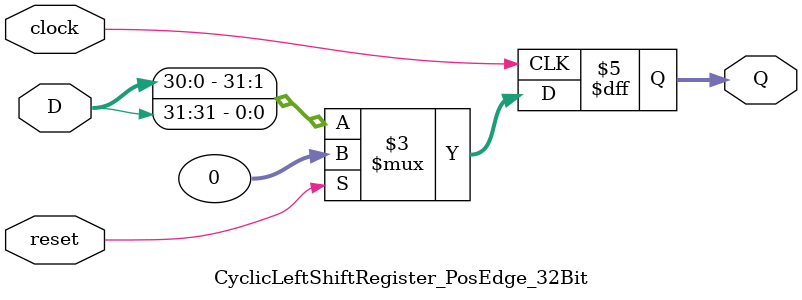
<source format=v>
module CyclicLeftShiftRegister_PosEdge_32Bit (clock, reset, D, Q);
    input clock;
    input reset;
    input [31:0] D;
    output reg [31:0] Q;

    always @(posedge clock)
    begin
        if (reset)
            Q <= 32'b00000000000000000000000000000000;
        else
            Q <= {D[30:0], D[31]};        
    end
endmodule

</source>
